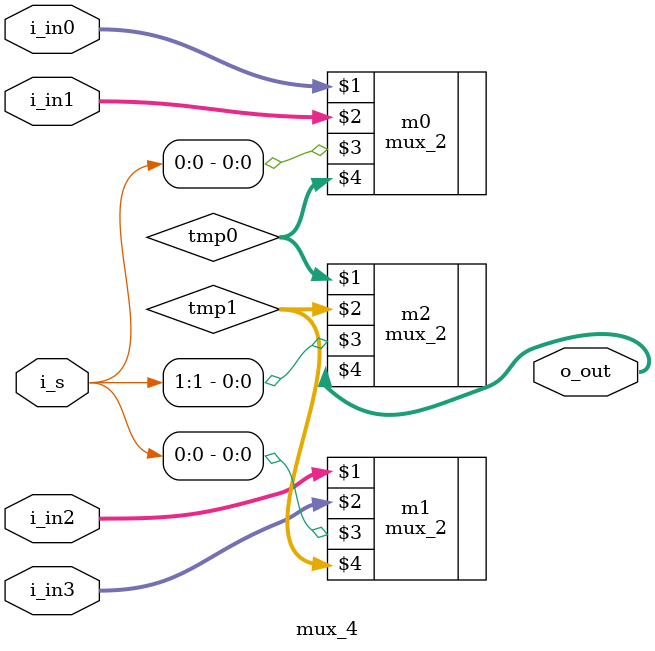
<source format=sv>
module mux_4 #(parameter N=64) ( input  logic [N-1:0] i_in0, 
                                                      i_in1,
                                                      i_in2,
                                                      i_in3,
                                 input  logic [1:0]   i_s,
                                 output logic [N-1:0] o_out );
    logic [N-1:0] tmp0, tmp1;

    mux_2 #(N) m0( i_in0, i_in1, i_s[0], tmp0 );
    mux_2 #(N) m1( i_in2, i_in3, i_s[0], tmp1 );
    mux_2 #(N) m2( tmp0, tmp1, i_s[1], o_out );
endmodule
</source>
